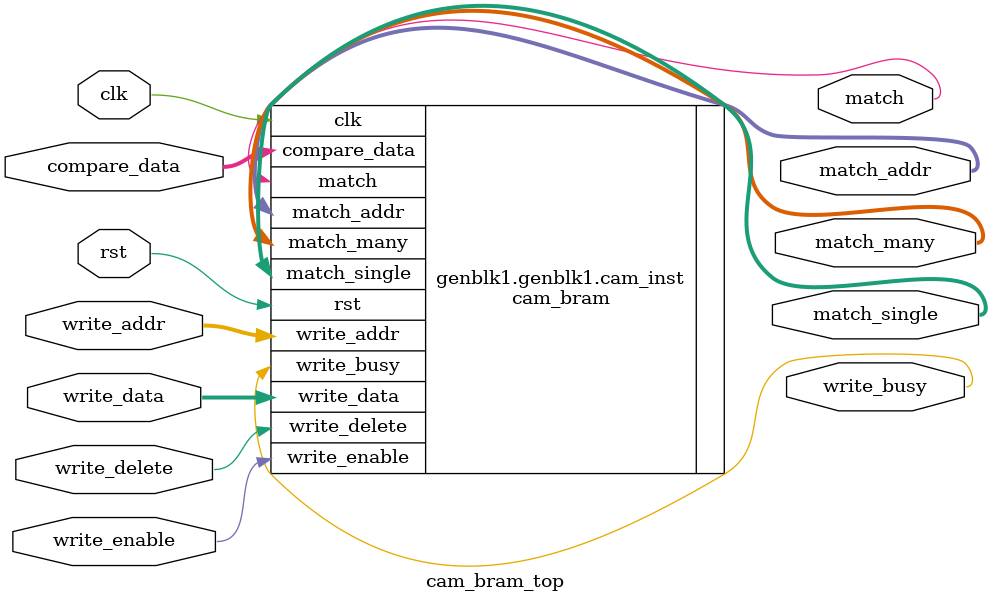
<source format=v>
/*

Copyright (c) 2015-2016 Alex Forencich

Permission is hereby granted, free of charge, to any person obtaining a copy
of this software and associated documentation files (the "Software"), to deal
in the Software without restriction, including without limitation the rights
to use, copy, modify, merge, publish, distribute, sublicense, and/or sell
copies of the Software, and to permit persons to whom the Software is
furnished to do so, subject to the following conditions:

The above copyright notice and this permission notice shall be included in
all copies or substantial portions of the Software.

THE SOFTWARE IS PROVIDED "AS IS", WITHOUT WARRANTY OF ANY KIND, EXPRESS OR
IMPLIED, INCLUDING BUT NOT LIMITED TO THE WARRANTIES OF MERCHANTABILITY
FITNESS FOR A PARTICULAR PURPOSE AND NONINFRINGEMENT. IN NO EVENT SHALL THE
AUTHORS OR COPYRIGHT HOLDERS BE LIABLE FOR ANY CLAIM, DAMAGES OR OTHER
LIABILITY, WHETHER IN AN ACTION OF CONTRACT, TORT OR OTHERWISE, ARISING FROM,
OUT OF OR IN CONNECTION WITH THE SOFTWARE OR THE USE OR OTHER DEALINGS IN
THE SOFTWARE.

*/

// Language: Verilog 2001

`timescale 1ns / 1ps

/*
 * Content Addressable Memory
 */
module cam_bram_top #(
    // search data bus width
    parameter DATA_WIDTH = 64,
    // memory size in log2(words)
    parameter ADDR_WIDTH = 5,
    // CAM style (SRL, BRAM)
    parameter CAM_STYLE = "BRAM",
    // width of data bus slices
    parameter SLICE_WIDTH = 4
)
(
    input  wire                     clk,
    input  wire                     rst,

    input  wire [ADDR_WIDTH-1:0]    write_addr,
    input  wire [DATA_WIDTH-1:0]    write_data,
    input  wire                     write_delete,
    input  wire                     write_enable,
    output wire                     write_busy,

    input  wire [DATA_WIDTH-1:0]    compare_data,
    output wire [2**ADDR_WIDTH-1:0] match_many,
    output wire [2**ADDR_WIDTH-1:0] match_single,
    output wire [ADDR_WIDTH-1:0]    match_addr,
    output wire                     match
);

generate
    if (CAM_STYLE == "SRL") begin
        cam_srl #(
            .DATA_WIDTH(DATA_WIDTH),
            .ADDR_WIDTH(ADDR_WIDTH),
            .SLICE_WIDTH(SLICE_WIDTH)
        )
        cam_inst (
            .clk(clk),
            .rst(rst),
            .write_addr(write_addr),
            .write_data(write_data),
            .write_delete(write_delete),
            .write_enable(write_enable),
            .write_busy(write_busy),
            .compare_data(compare_data),
            .match_many(match_many),
            .match_single(match_single),
            .match_addr(match_addr),
            .match(match)
        );
    end else if (CAM_STYLE == "BRAM") begin
        cam_bram #(
            .DATA_WIDTH(DATA_WIDTH),
            .ADDR_WIDTH(ADDR_WIDTH),
            .SLICE_WIDTH(SLICE_WIDTH)
        )
        cam_inst (
            .clk(clk),
            .rst(rst),
            .write_addr(write_addr),
            .write_data(write_data),
            .write_delete(write_delete),
            .write_enable(write_enable),
            .write_busy(write_busy),
            .compare_data(compare_data),
            .match_many(match_many),
            .match_single(match_single),
            .match_addr(match_addr),
            .match(match)
        );
    end
endgenerate

endmodule

`include "cam_bram.vh"
`include "priority_encoder.vh"
`include "ram_dp.vh"

</source>
